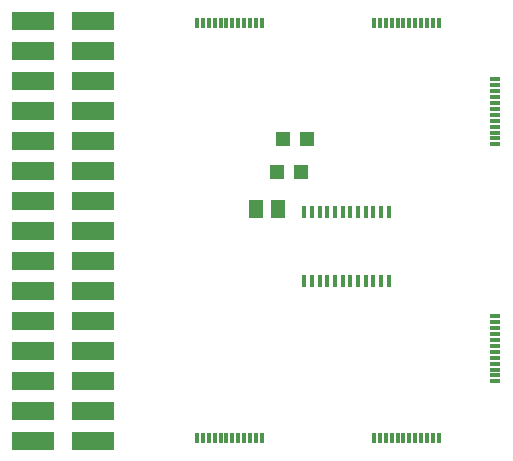
<source format=gbr>
G04 EAGLE Gerber RS-274X export*
G75*
%MOMM*%
%FSLAX34Y34*%
%LPD*%
%INSolderpaste Top*%
%IPPOS*%
%AMOC8*
5,1,8,0,0,1.08239X$1,22.5*%
G01*
%ADD10R,0.304800X0.990600*%
%ADD11R,1.200000X1.300000*%
%ADD12R,1.300000X1.500000*%
%ADD13R,0.300000X0.900000*%
%ADD14R,0.900000X0.300000*%
%ADD15R,3.600000X1.600000*%


D10*
X263970Y207042D03*
X270470Y207042D03*
X276970Y207042D03*
X283470Y207042D03*
X289970Y207042D03*
X296470Y207042D03*
X302970Y207042D03*
X309470Y207042D03*
X315970Y207042D03*
X322470Y207042D03*
X328970Y207042D03*
X335470Y207042D03*
X335470Y265398D03*
X328970Y265398D03*
X322470Y265398D03*
X315970Y265398D03*
X309470Y265398D03*
X302970Y265398D03*
X296470Y265398D03*
X289970Y265398D03*
X283470Y265398D03*
X276970Y265398D03*
X270470Y265398D03*
X263970Y265398D03*
D11*
X261620Y299720D03*
X241300Y299720D03*
X266700Y327660D03*
X246380Y327660D03*
D12*
X241910Y267970D03*
X222910Y267970D03*
D13*
X173160Y74700D03*
X178160Y74700D03*
X183160Y74700D03*
X188160Y74700D03*
X193160Y74700D03*
X198160Y74700D03*
X203160Y74700D03*
X208160Y74700D03*
X213160Y74700D03*
X218160Y74700D03*
X223160Y74700D03*
X228160Y74700D03*
X323020Y74700D03*
X328020Y74700D03*
X333020Y74700D03*
X338020Y74700D03*
X343020Y74700D03*
X348020Y74700D03*
X353020Y74700D03*
X358020Y74700D03*
X363020Y74700D03*
X368020Y74700D03*
X373020Y74700D03*
X378020Y74700D03*
D14*
X425680Y122360D03*
X425680Y127360D03*
X425680Y132360D03*
X425680Y137360D03*
X425680Y142360D03*
X425680Y147360D03*
X425680Y152360D03*
X425680Y157360D03*
X425680Y162360D03*
X425680Y167360D03*
X425680Y172360D03*
X425680Y177360D03*
X425680Y323020D03*
X425680Y328020D03*
X425680Y333020D03*
X425680Y338020D03*
X425680Y343020D03*
X425680Y348020D03*
X425680Y353020D03*
X425680Y358020D03*
X425680Y363020D03*
X425680Y368020D03*
X425680Y373020D03*
X425680Y378020D03*
D13*
X378020Y425680D03*
X373020Y425680D03*
X368020Y425680D03*
X363020Y425680D03*
X358020Y425680D03*
X353020Y425680D03*
X348020Y425680D03*
X343020Y425680D03*
X338020Y425680D03*
X333020Y425680D03*
X328020Y425680D03*
X323020Y425680D03*
X228160Y425680D03*
X223160Y425680D03*
X218160Y425680D03*
X213160Y425680D03*
X208160Y425680D03*
X203160Y425680D03*
X198160Y425680D03*
X193160Y425680D03*
X188160Y425680D03*
X183160Y425680D03*
X178160Y425680D03*
X173160Y425680D03*
D15*
X85250Y427800D03*
X34750Y427800D03*
X85250Y402400D03*
X34750Y402400D03*
X85250Y377000D03*
X34750Y377000D03*
X85250Y351600D03*
X34750Y351600D03*
X85250Y326200D03*
X34750Y326200D03*
X85250Y300800D03*
X34750Y300800D03*
X85250Y275400D03*
X34750Y275400D03*
X85250Y250000D03*
X34750Y250000D03*
X85250Y224600D03*
X34750Y224600D03*
X34750Y199200D03*
X85250Y173800D03*
X34750Y173800D03*
X85250Y148400D03*
X34750Y148400D03*
X85250Y123000D03*
X34750Y123000D03*
X85250Y97600D03*
X34750Y97600D03*
X85250Y72200D03*
X34750Y72200D03*
X85250Y199200D03*
M02*

</source>
